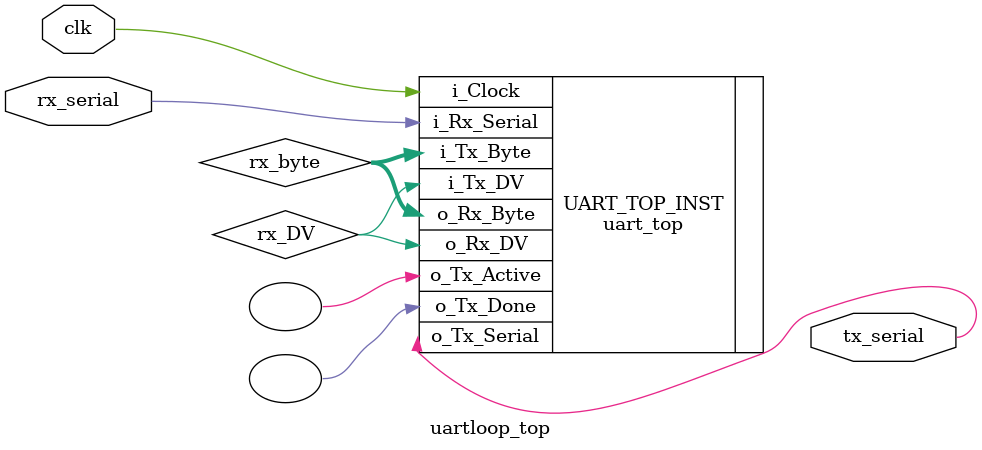
<source format=v>
`timescale 1ns/10ps
 
`include "/build/repo/gates/uart-test/uart_top/uart_top.v"
 
module uartloop_top(
   input  clk,
   //input  rst,
   input  rx_serial,
		     
   output tx_serial

  );
 
  // Testbench uses a 10 MHz clock
  // Want to interface to 115200 baud UART
  // 10000000 / 115200 = 87 Clocks Per Bit.
  parameter c_CLOCK_PERIOD_NS = 100;
  parameter c_CLKS_PER_BIT    = 87;
  parameter c_BIT_PERIOD      = 8600;
   
  wire       rx_DV;
  wire [7:0] rx_byte;

  // UART_TOP LOOP BACK
  //  
  uart_top #(.c_CLKS_PER_BIT(c_CLKS_PER_BIT)) UART_TOP_INST
    (
      // RX signals
     .i_Clock(clk),
     .i_Rx_Serial(rx_serial),
     .o_Rx_DV(rx_DV),
     .o_Rx_Byte(rx_byte),
   
	  // TX signals
     .i_Tx_DV(rx_DV),
     .i_Tx_Byte(rx_byte),
     .o_Tx_Active(),
     .o_Tx_Serial(tx_serial),
     .o_Tx_Done()
     );
 
   
endmodule


</source>
